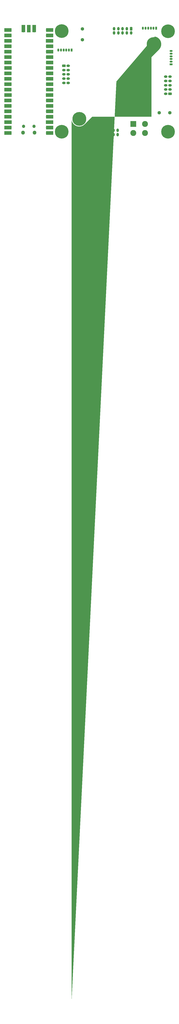
<source format=gbs>
%TF.GenerationSoftware,KiCad,Pcbnew,5.99.0-unknown-16ebb3a433~128~ubuntu20.04.1*%
%TF.CreationDate,2021-05-03T05:08:52+03:00*%
%TF.ProjectId,usb2stepper,75736232-7374-4657-9070-65722e6b6963,rev?*%
%TF.SameCoordinates,Original*%
%TF.FileFunction,Soldermask,Bot*%
%TF.FilePolarity,Negative*%
%FSLAX46Y46*%
G04 Gerber Fmt 4.6, Leading zero omitted, Abs format (unit mm)*
G04 Created by KiCad (PCBNEW 5.99.0-unknown-16ebb3a433~128~ubuntu20.04.1) date 2021-05-03 05:08:52*
%MOMM*%
%LPD*%
G01*
G04 APERTURE LIST*
G04 Aperture macros list*
%AMRoundRect*
0 Rectangle with rounded corners*
0 $1 Rounding radius*
0 $2 $3 $4 $5 $6 $7 $8 $9 X,Y pos of 4 corners*
0 Add a 4 corners polygon primitive as box body*
4,1,4,$2,$3,$4,$5,$6,$7,$8,$9,$2,$3,0*
0 Add four circle primitives for the rounded corners*
1,1,$1+$1,$2,$3*
1,1,$1+$1,$4,$5*
1,1,$1+$1,$6,$7*
1,1,$1+$1,$8,$9*
0 Add four rect primitives between the rounded corners*
20,1,$1+$1,$2,$3,$4,$5,0*
20,1,$1+$1,$4,$5,$6,$7,0*
20,1,$1+$1,$6,$7,$8,$9,0*
20,1,$1+$1,$8,$9,$2,$3,0*%
%AMFreePoly0*
4,1,69,18.063164,21.055678,18.431748,20.977333,18.790125,20.860890,19.134366,20.707623,19.460701,20.519214,19.765554,20.297725,20.045585,20.045585,20.297725,19.765554,20.519214,19.460701,20.707623,19.134366,20.860890,18.790125,20.977333,18.431748,21.055678,18.063164,21.095066,17.688410,21.095066,17.311591,21.055678,16.936836,20.977333,16.568252,20.860890,16.209875,20.707623,15.865635,20.519214,15.539300,
20.297725,15.234446,20.045585,14.954416,16.500000,11.408831,16.500000,-16.500000,-11.408832,-16.500000,-14.954416,-20.045584,-15.234446,-20.297725,-15.539300,-20.519214,-15.865634,-20.707623,-16.209875,-20.860890,-16.568252,-20.977333,-16.936836,-21.055678,-17.311591,-21.095066,-17.688409,-21.095066,-18.063164,-21.055678,-18.431748,-20.977333,-18.790125,-20.860890,-19.134366,-20.707623,-19.460700,-20.519214,-19.765554,-20.297725,
-20.045584,-20.045584,-20.297725,-19.765554,-20.519214,-19.460700,-20.707623,-19.134366,-20.860890,-18.790125,-20.977333,-18.431748,-21.055678,-18.063164,-21.095066,-17.688409,-21.095066,-17.311591,-21.055678,-16.936836,-20.977333,-16.568252,-20.860890,-16.209875,-20.707623,-15.865634,-20.519214,-15.539300,-20.297725,-15.234446,-20.045584,-14.954416,-16.500000,-11.408832,-16.500000,16.500000,11.408831,16.500000,14.954416,20.045585,
15.234446,20.297725,15.539300,20.519214,15.865635,20.707623,16.209875,20.860890,16.568252,20.977333,16.936836,21.055678,17.311591,21.095066,17.688410,21.095066,18.063164,21.055678,18.063164,21.055678,$1*%
G04 Aperture macros list end*
%ADD10O,1.650000X1.200000*%
%ADD11RoundRect,0.250000X-0.575000X0.350000X-0.575000X-0.350000X0.575000X-0.350000X0.575000X0.350000X0*%
%ADD12RoundRect,0.250000X0.350000X0.575000X-0.350000X0.575000X-0.350000X-0.575000X0.350000X-0.575000X0*%
%ADD13O,1.200000X1.650000*%
%ADD14O,1.800000X1.800000*%
%ADD15O,1.500000X1.500000*%
%ADD16O,1.700000X1.700000*%
%ADD17R,3.500000X1.700000*%
%ADD18R,1.700000X1.700000*%
%ADD19R,1.700000X3.500000*%
%ADD20C,0.800000*%
%ADD21C,6.400000*%
%ADD22C,1.600000*%
%ADD23RoundRect,0.250000X-0.350000X-0.575000X0.350000X-0.575000X0.350000X0.575000X-0.350000X0.575000X0*%
%ADD24FreePoly0,0.000000*%
%ADD25C,6.497320*%
%ADD26R,2.800000X2.800000*%
%ADD27C,2.800000*%
%ADD28RoundRect,0.225000X0.475000X-0.225000X0.475000X0.225000X-0.475000X0.225000X-0.475000X-0.225000X0*%
%ADD29O,1.400000X0.900000*%
%ADD30RoundRect,0.225000X-0.225000X-0.475000X0.225000X-0.475000X0.225000X0.475000X-0.225000X0.475000X0*%
%ADD31O,0.900000X1.400000*%
%ADD32RoundRect,0.225000X0.225000X0.475000X-0.225000X0.475000X-0.225000X-0.475000X0.225000X-0.475000X0*%
%ADD33RoundRect,0.250000X0.575000X-0.350000X0.575000X0.350000X-0.575000X0.350000X-0.575000X-0.350000X0*%
G04 APERTURE END LIST*
D10*
X85550000Y-111900000D03*
X83550000Y-111900000D03*
X85550000Y-109900000D03*
X83550000Y-109900000D03*
X85550000Y-107900000D03*
X83550000Y-107900000D03*
X85550000Y-105900000D03*
X83550000Y-105900000D03*
X85550000Y-103900000D03*
D11*
X83550000Y-103900000D03*
D12*
X115150000Y-86500000D03*
D13*
X115150000Y-88500000D03*
X113150000Y-86500000D03*
X113150000Y-88500000D03*
X111150000Y-86500000D03*
X111150000Y-88500000D03*
X109150000Y-86500000D03*
X109150000Y-88500000D03*
X107150000Y-86500000D03*
X107150000Y-88500000D03*
D14*
X64275000Y-135250000D03*
D15*
X64575000Y-132220000D03*
D14*
X69725000Y-135250000D03*
D15*
X69425000Y-132220000D03*
D16*
X58110000Y-135380000D03*
D17*
X57210000Y-135380000D03*
D16*
X58110000Y-132840000D03*
D17*
X57210000Y-132840000D03*
X57210000Y-130300000D03*
D18*
X58110000Y-130300000D03*
D17*
X57210000Y-127760000D03*
D16*
X58110000Y-127760000D03*
X58110000Y-125220000D03*
D17*
X57210000Y-125220000D03*
X57210000Y-122680000D03*
D16*
X58110000Y-122680000D03*
D17*
X57210000Y-120140000D03*
D16*
X58110000Y-120140000D03*
D17*
X57210000Y-117600000D03*
D18*
X58110000Y-117600000D03*
D17*
X57210000Y-115060000D03*
D16*
X58110000Y-115060000D03*
X58110000Y-112520000D03*
D17*
X57210000Y-112520000D03*
X57210000Y-109980000D03*
D16*
X58110000Y-109980000D03*
D17*
X57210000Y-107440000D03*
D16*
X58110000Y-107440000D03*
D17*
X57210000Y-104900000D03*
D18*
X58110000Y-104900000D03*
D16*
X58110000Y-102360000D03*
D17*
X57210000Y-102360000D03*
D16*
X58110000Y-99820000D03*
D17*
X57210000Y-99820000D03*
D16*
X58110000Y-97280000D03*
D17*
X57210000Y-97280000D03*
D16*
X58110000Y-94740000D03*
D17*
X57210000Y-94740000D03*
D18*
X58110000Y-92200000D03*
D17*
X57210000Y-92200000D03*
X57210000Y-89660000D03*
D16*
X58110000Y-89660000D03*
X58110000Y-87120000D03*
D17*
X57210000Y-87120000D03*
D16*
X75890000Y-87120000D03*
D17*
X76790000Y-87120000D03*
D16*
X75890000Y-89660000D03*
D17*
X76790000Y-89660000D03*
X76790000Y-92200000D03*
D18*
X75890000Y-92200000D03*
D17*
X76790000Y-94740000D03*
D16*
X75890000Y-94740000D03*
D17*
X76790000Y-97280000D03*
D16*
X75890000Y-97280000D03*
D17*
X76790000Y-99820000D03*
D16*
X75890000Y-99820000D03*
D17*
X76790000Y-102360000D03*
D16*
X75890000Y-102360000D03*
D17*
X76790000Y-104900000D03*
D18*
X75890000Y-104900000D03*
D16*
X75890000Y-107440000D03*
D17*
X76790000Y-107440000D03*
X76790000Y-109980000D03*
D16*
X75890000Y-109980000D03*
D17*
X76790000Y-112520000D03*
D16*
X75890000Y-112520000D03*
D17*
X76790000Y-115060000D03*
D16*
X75890000Y-115060000D03*
D17*
X76790000Y-117600000D03*
D18*
X75890000Y-117600000D03*
D16*
X75890000Y-120140000D03*
D17*
X76790000Y-120140000D03*
D16*
X75890000Y-122680000D03*
D17*
X76790000Y-122680000D03*
X76790000Y-125220000D03*
D16*
X75890000Y-125220000D03*
X75890000Y-127760000D03*
D17*
X76790000Y-127760000D03*
D18*
X75890000Y-130300000D03*
D17*
X76790000Y-130300000D03*
X76790000Y-132840000D03*
D16*
X75890000Y-132840000D03*
D17*
X76790000Y-135380000D03*
D16*
X75890000Y-135380000D03*
X64460000Y-87350000D03*
D19*
X64460000Y-86450000D03*
D18*
X67000000Y-87350000D03*
D19*
X67000000Y-86450000D03*
D16*
X69540000Y-87350000D03*
D19*
X69540000Y-86450000D03*
D20*
X132500000Y-132350000D03*
D21*
X132500000Y-134750000D03*
D20*
X134197056Y-136447056D03*
X134197056Y-133052944D03*
X134900000Y-134750000D03*
X130802944Y-136447056D03*
X130100000Y-134750000D03*
X130802944Y-133052944D03*
X132500000Y-137150000D03*
X84197056Y-89347056D03*
X82500000Y-85250000D03*
X84197056Y-85952944D03*
D21*
X82500000Y-87650000D03*
D20*
X80802944Y-85952944D03*
X80802944Y-89347056D03*
X80100000Y-87650000D03*
X82500000Y-90050000D03*
X84900000Y-87650000D03*
X132500000Y-85350000D03*
X134900000Y-87750000D03*
D21*
X132500000Y-87750000D03*
D20*
X130100000Y-87750000D03*
X134197056Y-86052944D03*
X130802944Y-89447056D03*
X130802944Y-86052944D03*
X132500000Y-90150000D03*
X134197056Y-89447056D03*
X80802944Y-136447056D03*
X82500000Y-137150000D03*
X84197056Y-133052944D03*
X80100000Y-134750000D03*
X84900000Y-134750000D03*
X80802944Y-133052944D03*
D21*
X82500000Y-134750000D03*
D20*
X84197056Y-136447056D03*
X82500000Y-132350000D03*
D22*
X92250000Y-91650000D03*
X92250000Y-86650000D03*
X128400000Y-125920000D03*
X133400000Y-125920000D03*
D23*
X100850000Y-136100000D03*
D13*
X100850000Y-134100000D03*
X102850000Y-136100000D03*
X102850000Y-134100000D03*
X104850000Y-136100000D03*
X104850000Y-134100000D03*
X106850000Y-136100000D03*
X106850000Y-134100000D03*
X108850000Y-136100000D03*
X108850000Y-134100000D03*
D24*
X108250000Y-111250000D03*
D25*
X90750000Y-128750000D03*
X125750000Y-93750000D03*
D26*
X116220000Y-131150000D03*
D27*
X116220000Y-135350000D03*
X121720000Y-131150000D03*
X121720000Y-135350000D03*
D28*
X133950000Y-103200000D03*
D29*
X133950000Y-101950000D03*
X133950000Y-100700000D03*
X133950000Y-99450000D03*
X133950000Y-98200000D03*
X133950000Y-96950000D03*
D30*
X88050000Y-136200000D03*
D31*
X89300000Y-136200000D03*
X90550000Y-136200000D03*
X91800000Y-136200000D03*
X93050000Y-136200000D03*
X94300000Y-136200000D03*
D32*
X126950000Y-86300000D03*
D31*
X125700000Y-86300000D03*
X124450000Y-86300000D03*
X123200000Y-86300000D03*
X121950000Y-86300000D03*
X120700000Y-86300000D03*
D33*
X133450000Y-117000000D03*
D10*
X131450000Y-117000000D03*
X133450000Y-115000000D03*
X131450000Y-115000000D03*
X133450000Y-113000000D03*
X131450000Y-113000000D03*
X133450000Y-111000000D03*
X131450000Y-111000000D03*
X133450000Y-109000000D03*
X131450000Y-109000000D03*
D32*
X87150000Y-96500000D03*
D31*
X85900000Y-96500000D03*
X84650000Y-96500000D03*
X83400000Y-96500000D03*
X82150000Y-96500000D03*
X80900000Y-96500000D03*
M02*

</source>
